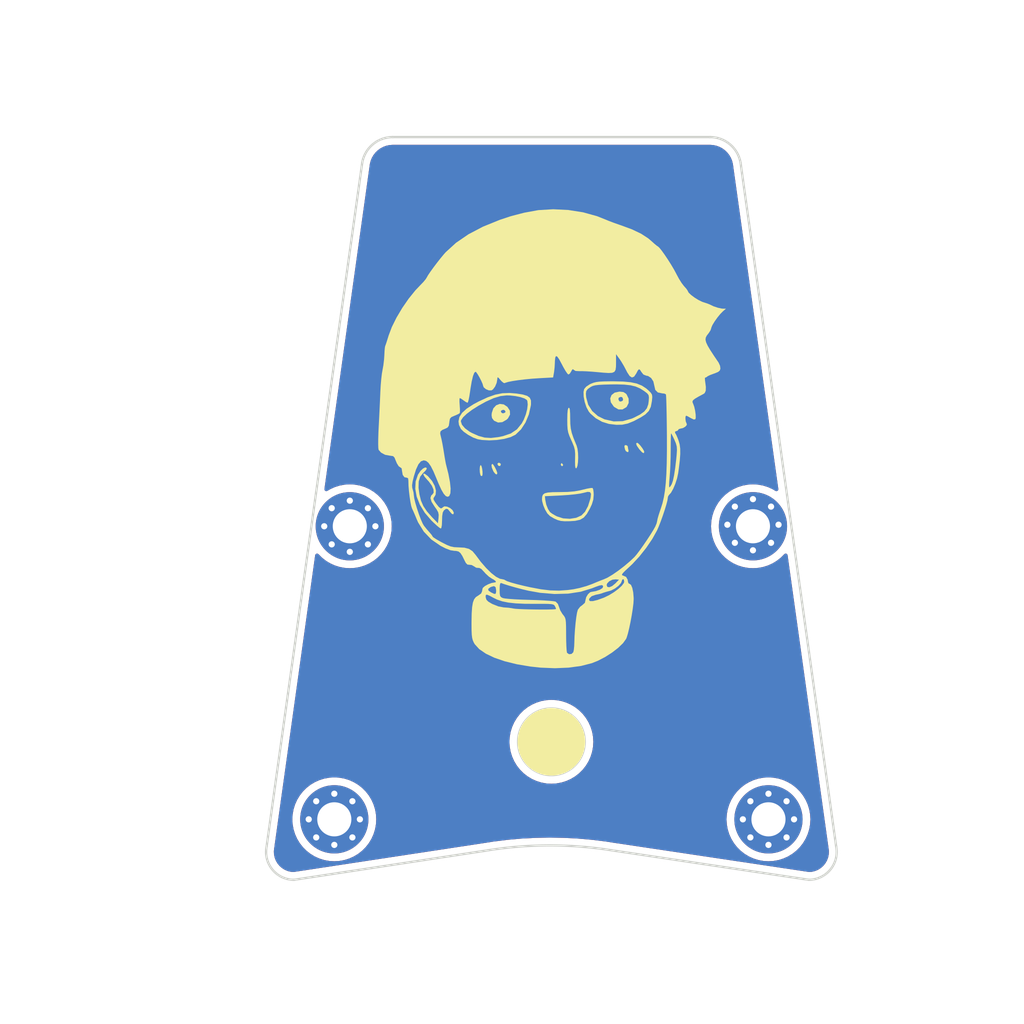
<source format=kicad_pcb>
(kicad_pcb (version 20221018) (generator pcbnew)
  (layers (0 "F.Cu" signal) (31 "B.Cu" signal) (34 "B.Paste" user) (35 "F.Paste" user) (36 "B.SilkS" user "B.Silkscreen") (37 "F.SilkS" user "F.Silkscreen") (38 "B.Mask" user) (39 "F.Mask" user) (44 "Edge.Cuts" user))
  (net 0 "")
  (net 1 "Net-(H1-Pad1)")
  (net 2 "Net-(H2-Pad1)")
  (net 3 "Net-(H4-Pad1)")
  (net 4 "Net-(H6-Pad1)")
  (footprint "Horizon:Mount_M2" (layer "F.Cu") (at 96 93)
    (fp_text reference "H1" hide)
    (fp_text value "Hole_Pad" hide)
    (pad "1" thru_hole circle (at -1.65 0) (size 0.7 0.7) (drill 0.4) (layers "*.Cu" "*.Mask") (net 1 "Net-(H1-Pad1)"))
    (pad "1" thru_hole circle (at -1.166726 -1.166726) (size 0.7 0.7) (drill 0.4) (layers "*.Cu" "*.Mask") (net 1 "Net-(H1-Pad1)"))
    (pad "1" thru_hole circle (at -1.166726 1.166726) (size 0.7 0.7) (drill 0.4) (layers "*.Cu" "*.Mask") (net 1 "Net-(H1-Pad1)"))
    (pad "1" thru_hole circle (at 0 -1.65) (size 0.7 0.7) (drill 0.4) (layers "*.Cu" "*.Mask") (net 1 "Net-(H1-Pad1)"))
    (pad "1" thru_hole circle (at 0 0) (size 4.4 4.4) (drill 2.2) (layers "*.Cu" "*.Mask") (net 1 "Net-(H1-Pad1)"))
    (pad "1" thru_hole circle (at 0 1.65) (size 0.7 0.7) (drill 0.4) (layers "*.Cu" "*.Mask") (net 1 "Net-(H1-Pad1)"))
    (pad "1" thru_hole circle (at 1.166726 -1.166726) (size 0.7 0.7) (drill 0.4) (layers "*.Cu" "*.Mask") (net 1 "Net-(H1-Pad1)"))
    (pad "1" thru_hole circle (at 1.166726 1.166726) (size 0.7 0.7) (drill 0.4) (layers "*.Cu" "*.Mask") (net 1 "Net-(H1-Pad1)"))
    (pad "1" thru_hole circle (at 1.65 0) (size 0.7 0.7) (drill 0.4) (layers "*.Cu" "*.Mask") (net 1 "Net-(H1-Pad1)"))
  )
  (footprint "Horizon:Mount_M2" (layer "F.Cu") (at 123 74)
    (fp_text reference "H2" hide)
    (fp_text value "Hole_Pad" hide)
    (pad "1" thru_hole circle (at -1.65 0) (size 0.7 0.7) (drill 0.4) (layers "*.Cu" "*.Mask") (net 2 "Net-(H2-Pad1)"))
    (pad "1" thru_hole circle (at -1.166726 -1.166726) (size 0.7 0.7) (drill 0.4) (layers "*.Cu" "*.Mask") (net 2 "Net-(H2-Pad1)"))
    (pad "1" thru_hole circle (at -1.166726 1.166726) (size 0.7 0.7) (drill 0.4) (layers "*.Cu" "*.Mask") (net 2 "Net-(H2-Pad1)"))
    (pad "1" thru_hole circle (at 0 -1.65) (size 0.7 0.7) (drill 0.4) (layers "*.Cu" "*.Mask") (net 2 "Net-(H2-Pad1)"))
    (pad "1" thru_hole circle (at 0 0.1) (size 4.4 4.4) (drill 2.2) (layers "*.Cu" "*.Mask") (net 2 "Net-(H2-Pad1)"))
    (pad "1" thru_hole circle (at 0 1.65) (size 0.7 0.7) (drill 0.4) (layers "*.Cu" "*.Mask") (net 2 "Net-(H2-Pad1)"))
    (pad "1" thru_hole circle (at 1.166726 -1.166726) (size 0.7 0.7) (drill 0.4) (layers "*.Cu" "*.Mask") (net 2 "Net-(H2-Pad1)"))
    (pad "1" thru_hole circle (at 1.166726 1.166726) (size 0.7 0.7) (drill 0.4) (layers "*.Cu" "*.Mask") (net 2 "Net-(H2-Pad1)"))
    (pad "1" thru_hole circle (at 1.65 0) (size 0.7 0.7) (drill 0.4) (layers "*.Cu" "*.Mask") (net 2 "Net-(H2-Pad1)"))
  )
  (footprint "Horizon:Mount_M2" (layer "F.Cu") (at 97 74.1)
    (fp_text reference "H4" hide)
    (fp_text value "Hole_Pad" hide)
    (pad "1" thru_hole circle (at -1.65 0) (size 0.7 0.7) (drill 0.4) (layers "*.Cu" "*.Mask") (net 3 "Net-(H4-Pad1)"))
    (pad "1" thru_hole circle (at -1.166726 -1.166726) (size 0.7 0.7) (drill 0.4) (layers "*.Cu" "*.Mask") (net 3 "Net-(H4-Pad1)"))
    (pad "1" thru_hole circle (at -1.166726 1.166726) (size 0.7 0.7) (drill 0.4) (layers "*.Cu" "*.Mask") (net 3 "Net-(H4-Pad1)"))
    (pad "1" thru_hole circle (at 0 -1.65) (size 0.7 0.7) (drill 0.4) (layers "*.Cu" "*.Mask") (net 3 "Net-(H4-Pad1)"))
    (pad "1" thru_hole circle (at 0 0) (size 4.4 4.4) (drill 2.2) (layers "*.Cu" "*.Mask") (net 3 "Net-(H4-Pad1)"))
    (pad "1" thru_hole circle (at 0 1.65) (size 0.7 0.7) (drill 0.4) (layers "*.Cu" "*.Mask") (net 3 "Net-(H4-Pad1)"))
    (pad "1" thru_hole circle (at 1.166726 -1.166726) (size 0.7 0.7) (drill 0.4) (layers "*.Cu" "*.Mask") (net 3 "Net-(H4-Pad1)"))
    (pad "1" thru_hole circle (at 1.166726 1.166726) (size 0.7 0.7) (drill 0.4) (layers "*.Cu" "*.Mask") (net 3 "Net-(H4-Pad1)"))
    (pad "1" thru_hole circle (at 1.65 0) (size 0.7 0.7) (drill 0.4) (layers "*.Cu" "*.Mask") (net 3 "Net-(H4-Pad1)"))
  )
  (footprint "Horizon:Mount_M2" (layer "F.Cu") (at 124 93)
    (fp_text reference "H6" hide)
    (fp_text value "Hole_Pad" hide)
    (pad "1" thru_hole circle (at -1.65 0) (size 0.7 0.7) (drill 0.4) (layers "*.Cu" "*.Mask") (net 4 "Net-(H6-Pad1)"))
    (pad "1" thru_hole circle (at -1.166726 -1.166726) (size 0.7 0.7) (drill 0.4) (layers "*.Cu" "*.Mask") (net 4 "Net-(H6-Pad1)"))
    (pad "1" thru_hole circle (at -1.166726 1.166726) (size 0.7 0.7) (drill 0.4) (layers "*.Cu" "*.Mask") (net 4 "Net-(H6-Pad1)"))
    (pad "1" thru_hole circle (at 0 -1.65) (size 0.7 0.7) (drill 0.4) (layers "*.Cu" "*.Mask") (net 4 "Net-(H6-Pad1)"))
    (pad "1" thru_hole circle (at 0 0) (size 4.4 4.4) (drill 2.2) (layers "*.Cu" "*.Mask") (net 4 "Net-(H6-Pad1)"))
    (pad "1" thru_hole circle (at 0 1.65) (size 0.7 0.7) (drill 0.4) (layers "*.Cu" "*.Mask") (net 4 "Net-(H6-Pad1)"))
    (pad "1" thru_hole circle (at 1.166726 -1.166726) (size 0.7 0.7) (drill 0.4) (layers "*.Cu" "*.Mask") (net 4 "Net-(H6-Pad1)"))
    (pad "1" thru_hole circle (at 1.166726 1.166726) (size 0.7 0.7) (drill 0.4) (layers "*.Cu" "*.Mask") (net 4 "Net-(H6-Pad1)"))
    (pad "1" thru_hole circle (at 1.65 0) (size 0.7 0.7) (drill 0.4) (layers "*.Cu" "*.Mask") (net 4 "Net-(H6-Pad1)"))
  )
  (footprint "KeebGraphics:HappyShigeoSilk" (layer "F.Cu") (at 110 68.56)
    (fp_text reference "G***" hide)
    (fp_text value "LOGO" hide)
    (fp_poly (pts (xy -3.273509 1.501289) (xy -3.260298 1.554328) (xy -3.306483 1.658754) (xy -3.411344 1.639931) (xy -3.437214 1.617513) (xy -3.485511 1.506536) (xy -3.406595 1.44314) (xy -3.37403 1.440597)) (fill solid) (layer "F.SilkS"))
    (fp_poly (pts (xy 0.682388 1.478508) (xy 0.755317 1.575441) (xy 0.758209 1.596714) (xy 0.700377 1.666018) (xy 0.682388 1.66806) (xy 0.615847 1.606344) (xy 0.606567 1.549854) (xy 0.643325 1.471375)) (fill solid) (layer "F.SilkS"))
    (fp_poly (pts (xy -4.508237 1.658549) (xy -4.466277 1.819458) (xy -4.440742 2.01793) (xy -4.439021 2.19693) (xy -4.46774 2.298679) (xy -4.539999 2.294587) (xy -4.577096 2.235612) (xy -4.613388 2.070514) (xy -4.623819 1.87183) (xy -4.609945 1.695608) (xy -4.573321 1.597896) (xy -4.559237 1.592239)) (fill solid) (layer "F.SilkS"))
    (fp_poly (pts (xy 4.91522 0.360795) (xy 4.928358 0.410814) (xy 4.954956 0.577546) (xy 4.974381 0.638277) (xy 4.967813 0.740464) (xy 4.907403 0.758209) (xy 4.802097 0.694092) (xy 4.748685 0.587612) (xy 4.708096 0.403097) (xy 4.726271 0.321726) (xy 4.812536 0.303287) (xy 4.814627 0.303284)) (fill solid) (layer "F.SilkS"))
    (fp_poly (pts (xy -3.739341 1.578083) (xy -3.647271 1.726834) (xy -3.557199 1.908303) (xy -3.49745 2.068122) (xy -3.487761 2.125558) (xy -3.523366 2.200612) (xy -3.609594 2.165429) (xy -3.715563 2.037646) (xy -3.751187 1.975109) (xy -3.840553 1.756109) (xy -3.863725 1.591459) (xy -3.816433 1.517481) (xy -3.805088 1.516418)) (fill solid) (layer "F.SilkS"))
    (fp_poly (pts (xy 5.621071 0.208993) (xy 5.749336 0.348251) (xy 5.877916 0.52022) (xy 5.968864 0.675707) (xy 5.989851 0.746411) (xy 5.955463 0.828997) (xy 5.852383 0.776521) (xy 5.680732 0.589051) (xy 5.667612 0.572706) (xy 5.510249 0.346821) (xy 5.462224 0.203818) (xy 5.52614 0.151721) (xy 5.531067 0.151642)) (fill solid) (layer "F.SilkS"))
    (fp_poly (pts (xy -3.071583 -2.318571) (xy -2.839837 -2.164342) (xy -2.67864 -1.918047) (xy -2.665392 -1.663096) (xy -2.798998 -1.418777) (xy -2.887011 -1.333606) (xy -3.163141 -1.175073) (xy -3.437657 -1.149705) (xy -3.680838 -1.258773) (xy -3.724026 -1.297758) (xy -3.828943 -1.44138) (xy -3.856328 -1.618918) (xy -3.842534 -1.770863) (xy -3.813596 -1.857612) (xy -3.260298 -1.857612) (xy -3.197087 -1.76499) (xy -3.108657 -1.74388) (xy -2.98516 -1.791289) (xy -2.957015 -1.857612) (xy -3.020226 -1.950234) (xy -3.108657 -1.971343) (xy -3.232153 -1.923935) (xy -3.260298 -1.857612) (xy -3.813596 -1.857612) (xy -3.744383 -2.065092) (xy -3.56193 -2.262789) (xy -3.327041 -2.35145)) (fill solid) (layer "F.SilkS"))
    (fp_poly (pts (xy 4.64875 -3.11448) (xy 4.80991 -3.010211) (xy 4.856482 -2.955292) (xy 4.982921 -2.688328) (xy 4.984349 -2.41143) (xy 4.862334 -2.17085) (xy 4.828696 -2.136202) (xy 4.583955 -1.992797) (xy 4.323263 -1.996398) (xy 4.063038 -2.14586) (xy 4.012675 -2.192973) (xy 3.833869 -2.451349) (xy 3.80124 -2.653731) (xy 4.321791 -2.653731) (xy 4.375405 -2.527011) (xy 4.473433 -2.502089) (xy 4.600153 -2.555703) (xy 4.625075 -2.653731) (xy 4.571461 -2.780451) (xy 4.473433 -2.805373) (xy 4.346713 -2.75176) (xy 4.321791 -2.653731) (xy 3.80124 -2.653731) (xy 3.793147 -2.703927) (xy 3.878648 -2.922293) (xy 4.07851 -3.078032) (xy 4.380871 -3.142729) (xy 4.409299 -3.143121)) (fill solid) (layer "F.SilkS"))
    (fp_poly (pts (xy 1.165072 -2.079879) (xy 1.194641 -1.958076) (xy 1.20972 -1.719258) (xy 1.213135 -1.42689) (xy 1.220739 -1.066352) (xy 1.250842 -0.766175) (xy 1.314381 -0.479844) (xy 1.422292 -0.160846) (xy 1.585511 0.237331) (xy 1.627064 0.333581) (xy 1.684804 0.542084) (xy 1.718344 0.817691) (xy 1.728458 1.120059) (xy 1.715921 1.408846) (xy 1.681507 1.643711) (xy 1.625989 1.784311) (xy 1.598834 1.804867) (xy 1.553139 1.774918) (xy 1.529079 1.635724) (xy 1.524693 1.370422) (xy 1.52873 1.20179) (xy 1.533379 0.869437) (xy 1.513493 0.623842) (xy 1.456099 0.400563) (xy 1.34822 0.135158) (xy 1.286752 0) (xy 1.163691 -0.279099) (xy 1.086531 -0.502935) (xy 1.044641 -0.724958) (xy 1.027387 -0.998617) (xy 1.024144 -1.320142) (xy 1.030892 -1.705584) (xy 1.052987 -1.95452) (xy 1.092175 -2.081474) (xy 1.118358 -2.103624)) (fill solid) (layer "F.SilkS"))
    (fp_poly (pts (xy 2.65836 3.073607) (xy 2.698442 3.168405) (xy 2.724264 3.363935) (xy 2.729552 3.518382) (xy 2.702956 3.823065) (xy 2.610876 4.126191) (xy 2.483135 4.401305) (xy 2.28365 4.751342) (xy 2.085586 4.983044) (xy 1.849441 5.121206) (xy 1.535711 5.190621) (xy 1.188676 5.213769) (xy 0.85106 5.217483) (xy 0.607231 5.196009) (xy 0.400118 5.139544) (xy 0.175696 5.039794) (xy -0.085891 4.887722) (xy -0.262197 4.711273) (xy -0.411916 4.455168) (xy -0.522105 4.188793) (xy -0.592661 3.931296) (xy -0.606567 3.808653) (xy -0.594134 3.625972) (xy -0.584232 3.601493) (xy -0.417015 3.601493) (xy -0.395572 3.828955) (xy -0.332152 4.139581) (xy -0.215839 4.432957) (xy -0.087453 4.625075) (xy 0.042972 4.724057) (xy 0.251787 4.847077) (xy 0.370674 4.907871) (xy 0.761707 5.030631) (xy 1.190586 5.058024) (xy 1.603101 4.992327) (xy 1.93579 4.842175) (xy 2.166038 4.605778) (xy 2.360959 4.242971) (xy 2.508592 3.777175) (xy 2.530651 3.677314) (xy 2.553632 3.4541) (xy 2.495115 3.338934) (xy 2.338046 3.320609) (xy 2.082196 3.382633) (xy 1.857099 3.431827) (xy 1.520589 3.479117) (xy 1.112871 3.519804) (xy 0.674148 3.549191) (xy 0.644478 3.550647) (xy -0.417015 3.601493) (xy -0.584232 3.601493) (xy -0.542043 3.497196) (xy -0.428108 3.413074) (xy -0.230145 3.364355) (xy 0.074034 3.341789) (xy 0.506614 3.336125) (xy 0.526724 3.33612) (xy 1.052424 3.325301) (xy 1.477506 3.289435) (xy 1.85168 3.223403) (xy 2.015277 3.182864) (xy 2.294941 3.115506) (xy 2.51923 3.075498) (xy 2.647395 3.069762)) (fill solid) (layer "F.SilkS"))
    (fp_poly (pts (xy -2.24853 -3.020339) (xy -1.838403 -2.955043) (xy -1.559931 -2.870348) (xy -1.393151 -2.749533) (xy -1.318101 -2.575878) (xy -1.314817 -2.332661) (xy -1.324486 -2.246362) (xy -1.451029 -1.676574) (xy -1.66787 -1.152752) (xy -1.957498 -0.707869) (xy -2.302404 -0.374901) (xy -2.32788 -0.356834) (xy -2.633607 -0.207823) (xy -3.044551 -0.095036) (xy -3.51752 -0.023535) (xy -4.009325 0.001616) (xy -4.476777 -0.024645) (xy -4.751545 -0.072735) (xy -5.043379 -0.179279) (xy -5.36309 -0.351722) (xy -5.650667 -0.553553) (xy -5.832664 -0.73047) (xy -5.960558 -0.999164) (xy -5.989851 -1.223141) (xy -5.989028 -1.227225) (xy -5.838209 -1.227225) (xy -5.768383 -1.009828) (xy -5.57399 -0.779853) (xy -5.277655 -0.561182) (xy -5.129386 -0.479038) (xy -4.696216 -0.286049) (xy -4.302184 -0.179982) (xy -3.898629 -0.155823) (xy -3.436894 -0.208559) (xy -3.12344 -0.272361) (xy -2.618372 -0.443377) (xy -2.221112 -0.711596) (xy -1.91138 -1.093052) (xy -1.782323 -1.332684) (xy -1.648807 -1.672185) (xy -1.561407 -2.01143) (xy -1.526069 -2.311873) (xy -1.548741 -2.53497) (xy -1.585592 -2.607812) (xy -1.733838 -2.702336) (xy -1.991412 -2.788002) (xy -2.316001 -2.855247) (xy -2.665294 -2.89451) (xy -2.880953 -2.900552) (xy -3.27992 -2.855562) (xy -3.719715 -2.723872) (xy -4.222843 -2.497231) (xy -4.700895 -2.233311) (xy -5.119406 -1.96767) (xy -5.456945 -1.713427) (xy -5.696997 -1.485193) (xy -5.823046 -1.297579) (xy -5.838209 -1.227225) (xy -5.989028 -1.227225) (xy -5.933011 -1.505152) (xy -5.75682 -1.779028) (xy -5.452773 -2.053129) (xy -5.012362 -2.33581) (xy -4.674726 -2.515222) (xy -4.109101 -2.776913) (xy -3.618019 -2.948872) (xy -3.160524 -3.039627) (xy -2.695657 -3.057705)) (fill solid) (layer "F.SilkS"))
    (fp_poly (pts (xy 4.627173 -3.794167) (xy 5.118214 -3.747706) (xy 5.512499 -3.662394) (xy 5.83643 -3.531332) (xy 6.116408 -3.347621) (xy 6.261849 -3.221051) (xy 6.412863 -3.070393) (xy 6.488335 -2.947591) (xy 6.506508 -2.795064) (xy 6.485622 -2.555227) (xy 6.482221 -2.52539) (xy 6.412892 -2.163555) (xy 6.281602 -1.892683) (xy 6.058707 -1.669967) (xy 5.754861 -1.475082) (xy 5.302184 -1.236928) (xy 4.921882 -1.084846) (xy 4.568284 -1.009721) (xy 4.19572 -1.002438) (xy 3.758519 -1.053881) (xy 3.696002 -1.064163) (xy 3.272406 -1.195731) (xy 2.860071 -1.428591) (xy 2.516682 -1.726976) (xy 2.406622 -1.863622) (xy 2.259498 -2.139635) (xy 2.148054 -2.475069) (xy 2.082419 -2.819872) (xy 2.076586 -3.002785) (xy 2.225707 -3.002785) (xy 2.246263 -2.767463) (xy 2.375136 -2.299005) (xy 2.63263 -1.89174) (xy 3.001145 -1.566678) (xy 3.42829 -1.356482) (xy 4.019123 -1.222977) (xy 4.599208 -1.238009) (xy 5.182159 -1.402373) (xy 5.331387 -1.467566) (xy 5.723039 -1.6695) (xy 5.990738 -1.861818) (xy 6.157851 -2.070846) (xy 6.247747 -2.32291) (xy 6.276713 -2.532552) (xy 6.29126 -2.772032) (xy 6.266523 -2.919393) (xy 6.175864 -3.03363) (xy 5.992645 -3.173737) (xy 5.984553 -3.179599) (xy 5.716608 -3.349306) (xy 5.432797 -3.471487) (xy 5.103966 -3.551909) (xy 4.700959 -3.596338) (xy 4.19462 -3.610543) (xy 3.824467 -3.606867) (xy 3.379485 -3.595095) (xy 3.058014 -3.577578) (xy 2.831941 -3.550763) (xy 2.673153 -3.511093) (xy 2.553535 -3.455015) (xy 2.535512 -3.443874) (xy 2.344595 -3.308213) (xy 2.249043 -3.179228) (xy 2.225707 -3.002785) (xy 2.076586 -3.002785) (xy 2.07272 -3.123992) (xy 2.114146 -3.309088) (xy 2.24412 -3.462909) (xy 2.470241 -3.612966) (xy 2.55382 -3.653328) (xy 2.7163 -3.716694) (xy 2.889075 -3.760519) (xy 3.103794 -3.78817) (xy 3.392101 -3.803017) (xy 3.785645 -3.808429) (xy 4.012976 -3.808675)) (fill solid) (layer "F.SilkS"))
    (fp_poly (pts (xy -8.051503 1.76884) (xy -8.037015 1.824597) (xy -8.090353 1.921643) (xy -8.222406 2.060116) (xy -8.260724 2.093551) (xy -8.455064 2.330919) (xy -8.556163 2.646939) (xy -8.567012 3.058269) (xy -8.510062 3.481614) (xy -8.410116 3.884153) (xy -8.258417 4.234168) (xy -8.030758 4.574424) (xy -7.702934 4.947688) (xy -7.648053 5.004617) (xy -7.316716 5.345373) (xy -7.278806 5.004179) (xy -7.267737 4.797756) (xy -7.302509 4.63336) (xy -7.402859 4.453223) (xy -7.524897 4.283881) (xy -7.728162 3.963546) (xy -7.802307 3.718233) (xy -7.747048 3.549333) (xy -7.685478 3.501682) (xy -7.592507 3.372955) (xy -7.603983 3.170702) (xy -7.710893 2.922) (xy -7.904223 2.653929) (xy -8.002885 2.548191) (xy -8.175794 2.349082) (xy -8.254716 2.206627) (xy -8.244081 2.139008) (xy -8.148314 2.164402) (xy -7.971845 2.300989) (xy -7.948089 2.32321) (xy -7.69428 2.620387) (xy -7.522958 2.936703) (xy -7.443662 3.241005) (xy -7.465933 3.502139) (xy -7.544826 3.640118) (xy -7.603272 3.72785) (xy -7.594393 3.824775) (xy -7.506948 3.974399) (xy -7.430619 4.082059) (xy -7.25747 4.297671) (xy -7.134555 4.387692) (xy -7.044351 4.362193) (xy -7.013433 4.321791) (xy -6.895222 4.253266) (xy -6.719855 4.274685) (xy -6.531851 4.363487) (xy -6.375728 4.497111) (xy -6.296003 4.652996) (xy -6.293134 4.686827) (xy -6.329625 4.771815) (xy -6.421947 4.73888) (xy -6.544378 4.597944) (xy -6.551535 4.587164) (xy -6.680196 4.432952) (xy -6.797325 4.414879) (xy -6.932196 4.516759) (xy -7.004928 4.65047) (xy -7.042811 4.885791) (xy -7.051343 5.161237) (xy -7.062941 5.464124) (xy -7.096145 5.642905) (xy -7.135008 5.686567) (xy -7.221397 5.635922) (xy -7.385759 5.499687) (xy -7.600787 5.301417) (xy -7.743768 5.161471) (xy -8.165109 4.670184) (xy -8.480831 4.154294) (xy -8.686881 3.632361) (xy -8.779206 3.122945) (xy -8.753754 2.644606) (xy -8.606472 2.215901) (xy -8.440774 1.969417) (xy -8.280647 1.81731) (xy -8.139952 1.746527)) (fill solid) (layer "F.SilkS"))
    (fp_poly (pts (xy 1.088733 -14.857447) (xy 2.043072 -14.70807) (xy 2.939611 -14.460235) (xy 3.462266 -14.252922) (xy 3.709753 -14.150304) (xy 4.040447 -14.025546) (xy 4.392785 -13.901652) (xy 4.481675 -13.87198) (xy 5.201935 -13.606494) (xy 5.784896 -13.32802) (xy 6.244797 -13.029235) (xy 6.437809 -12.865496) (xy 6.634703 -12.688047) (xy 6.794335 -12.556246) (xy 6.874127 -12.502991) (xy 6.967179 -12.420111) (xy 7.116944 -12.234045) (xy 7.304523 -11.973054) (xy 7.511016 -11.665399) (xy 7.717524 -11.33934) (xy 7.90515 -11.023138) (xy 8.054993 -10.745054) (xy 8.069852 -10.714945) (xy 8.229753 -10.417437) (xy 8.402778 -10.143054) (xy 8.553718 -9.947224) (xy 8.565191 -9.935166) (xy 8.706436 -9.776401) (xy 8.787584 -9.657539) (xy 8.795224 -9.632548) (xy 8.856896 -9.522123) (xy 9.017146 -9.370812) (xy 9.238822 -9.205357) (xy 9.484774 -9.052495) (xy 9.717851 -8.938967) (xy 9.797747 -8.910975) (xy 10.029135 -8.836122) (xy 10.205738 -8.768077) (xy 10.255985 -8.7427) (xy 10.466061 -8.642452) (xy 10.738667 -8.55274) (xy 10.991963 -8.498703) (xy 11.069851 -8.492705) (xy 11.259403 -8.491187) (xy 11.062072 -8.320967) (xy 10.890006 -8.145905) (xy 10.702074 -7.914371) (xy 10.525585 -7.665639) (xy 10.387851 -7.438988) (xy 10.316179 -7.273695) (xy 10.311642 -7.241682) (xy 10.265164 -7.101054) (xy 10.150515 -6.92113) (xy 10.12209 -6.885874) (xy 10.018325 -6.751348) (xy 9.955438 -6.624935) (xy 9.940182 -6.487591) (xy 9.979312 -6.320268) (xy 10.079581 -6.103922) (xy 10.247744 -5.819506) (xy 10.490554 -5.447974) (xy 10.786966 -5.010961) (xy 10.878173 -4.808061) (xy 10.900697 -4.625075) (xy 10.863188 -4.505699) (xy 10.75794 -4.415177) (xy 10.549851 -4.327248) (xy 10.463284 -4.297832) (xy 10.233547 -4.211906) (xy 10.071584 -4.132382) (xy 10.020838 -4.088852) (xy 9.948971 -4.04949) (xy 9.930553 -4.057644) (xy 9.900908 -4.01899) (xy 9.906007 -3.873609) (xy 9.91533 -3.811699) (xy 9.9632 -3.447399) (xy 9.955241 -3.201895) (xy 9.888697 -3.051932) (xy 9.818806 -2.997773) (xy 9.483578 -2.819044) (xy 9.264729 -2.690242) (xy 9.142982 -2.593532) (xy 9.099056 -2.511078) (xy 9.113672 -2.425046) (xy 9.139756 -2.369593) (xy 9.211532 -2.175282) (xy 9.269154 -1.922169) (xy 9.304567 -1.664538) (xy 9.309718 -1.456677) (xy 9.288691 -1.365797) (xy 9.189786 -1.342727) (xy 8.99347 -1.435234) (xy 8.988779 -1.438123) (xy 8.816996 -1.537299) (xy 8.704076 -1.589757) (xy 8.691498 -1.592239) (xy 8.65111 -1.52946) (xy 8.64476 -1.383441) (xy 8.668155 -1.217659) (xy 8.716998 -1.09559) (xy 8.725793 -1.085431) (xy 8.734254 -0.993096) (xy 8.6417 -0.884944) (xy 8.490251 -0.795231) (xy 8.323428 -0.758209) (xy 8.209693 -0.722939) (xy 8.188657 -0.682388) (xy 8.127245 -0.615121) (xy 8.074926 -0.606567) (xy 7.970484 -0.560339) (xy 7.989297 -0.455498) (xy 8.011507 -0.429886) (xy 8.063337 -0.335367) (xy 8.143506 -0.145276) (xy 8.205303 0.018721) (xy 8.273137 0.26028) (xy 8.308669 0.536235) (xy 8.311544 0.87192) (xy 8.281407 1.292673) (xy 8.217903 1.823828) (xy 8.175821 2.122985) (xy 8.104155 2.456771) (xy 7.991865 2.804106) (xy 7.856067 3.124785) (xy 7.713875 3.378605) (xy 7.582406 3.525364) (xy 7.577442 3.528544) (xy 7.518107 3.632628) (xy 7.506269 3.722523) (xy 7.479871 3.889165) (xy 7.408576 4.160843) (xy 7.304235 4.501971) (xy 7.178694 4.876959) (xy 7.043804 5.250221) (xy 6.911413 5.586169) (xy 6.808436 5.818427) (xy 6.507697 6.357839) (xy 6.117683 6.930996) (xy 5.675912 7.48846) (xy 5.2199 7.980796) (xy 5.036564 8.153215) (xy 4.772436 8.395502) (xy 4.614297 8.557565) (xy 4.550138 8.654428) (xy 4.567949 8.70111) (xy 4.592556 8.708607) (xy 4.818957 8.805995) (xy 4.92172 8.990796) (xy 4.928358 9.069881) (xy 4.968345 9.213757) (xy 5.038526 9.250149) (xy 5.135669 9.321022) (xy 5.217803 9.514186) (xy 5.277072 9.800459) (xy 5.30562 10.150659) (xy 5.30704 10.247632) (xy 5.290993 10.513053) (xy 5.247131 10.869178) (xy 5.182486 11.279048) (xy 5.104091 11.705703) (xy 5.018977 12.112185) (xy 4.934177 12.461536) (xy 4.856724 12.716795) (xy 4.821192 12.801037) (xy 4.620381 13.079576) (xy 4.306763 13.382366) (xy 3.911824 13.687029) (xy 3.467051 13.971189) (xy 3.003931 14.212469) (xy 2.615821 14.368329) (xy 1.915845 14.548592) (xy 1.110613 14.657987) (xy 0.229778 14.694882) (xy -0.697002 14.657646) (xy -1.355796 14.586791) (xy -2.228044 14.439361) (xy -3.004257 14.248912) (xy -3.674211 14.019776) (xy -4.227683 13.756288) (xy -4.654451 13.462779) (xy -4.944291 13.143584) (xy -5.004668 13.040236) (xy -5.066957 12.898725) (xy -5.109315 12.74104) (xy -5.135129 12.535925) (xy -5.147786 12.252125) (xy -5.150671 11.858382) (xy -5.150052 11.698394) (xy -5.139885 11.16293) (xy -5.112462 10.75742) (xy -5.062346 10.460638) (xy -4.984102 10.251358) (xy -4.872293 10.108353) (xy -4.771783 10.043069) (xy -4.239826 10.043069) (xy -4.232051 10.141045) (xy -4.188482 10.278691) (xy -4.072339 10.397964) (xy -3.851209 10.52989) (xy -3.796404 10.55806) (xy -3.421864 10.707035) (xy -3.070392 10.774146) (xy -3.038195 10.775538) (xy -2.767198 10.794365) (xy -2.518747 10.830219) (xy -2.464179 10.842388) (xy -2.32173 10.861423) (xy -2.072544 10.877855) (xy -1.745458 10.891343) (xy -1.369307 10.901542) (xy -0.972928 10.90811) (xy -0.585156 10.910703) (xy -0.234827 10.908979) (xy 0.049223 10.902595) (xy 0.238157 10.891207) (xy 0.303284 10.875314) (xy 0.271423 10.781498) (xy 0.223781 10.683867) (xy 0.183303 10.626921) (xy 0.116919 10.586991) (xy 0.000658 10.561352) (xy -0.189453 10.547278) (xy -0.477387 10.542041) (xy -0.887116 10.542916) (xy -1.008308 10.543747) (xy -1.720125 10.539411) (xy -2.303345 10.512904) (xy -2.779806 10.461174) (xy -3.171344 10.38117) (xy -3.499794 10.26984) (xy -3.715224 10.165408) (xy -3.982069 10.022499) (xy -4.14233 9.955232) (xy -4.220189 9.962469) (xy -4.239826 10.043069) (xy -4.771783 10.043069) (xy -4.721481 10.010396) (xy -4.717201 10.008358) (xy -4.533066 9.876602) (xy -4.473913 9.742985) (xy -4.446608 9.582804) (xy -4.074991 9.582804) (xy -4.057802 9.685997) (xy -3.893721 9.802436) (xy -3.885821 9.806626) (xy -3.693733 9.898386) (xy -3.598569 9.898649) (xy -3.566546 9.792791) (xy -3.563582 9.667164) (xy -3.570502 9.624812) (xy -3.336119 9.624812) (xy -3.331001 9.883323) (xy -3.304893 10.032509) (xy -3.24167 10.114609) (xy -3.127612 10.170903) (xy -2.989059 10.198149) (xy -2.725921 10.225149) (xy -2.365243 10.250073) (xy -1.934074 10.27109) (xy -1.459461 10.286367) (xy -1.402686 10.287688) (xy -0.927177 10.302013) (xy -0.49622 10.322003) (xy -0.135769 10.345896) (xy 0.128219 10.371934) (xy 0.26979 10.398356) (xy 0.27762 10.401615) (xy 0.419286 10.545043) (xy 0.489145 10.735647) (xy 0.57114 10.962612) (xy 0.712069 11.196014) (xy 0.742271 11.234011) (xy 0.823508 11.335959) (xy 0.879963 11.434672) (xy 0.916212 11.559027) (xy 0.936833 11.737904) (xy 0.946403 12.00018) (xy 0.949497 12.374734) (xy 0.94991 12.544153) (xy 0.954726 12.936491) (xy 0.966459 13.277832) (xy 0.983503 13.537799) (xy 1.004252 13.686016) (xy 1.011251 13.704627) (xy 1.138677 13.790827) (xy 1.297074 13.774453) (xy 1.410684 13.666717) (xy 1.445408 13.521231) (xy 1.470509 13.283302) (xy 1.478896 13.079105) (xy 1.492621 12.653074) (xy 1.520584 12.21007) (xy 1.559264 11.783053) (xy 1.605141 11.404978) (xy 1.654697 11.108805) (xy 1.70441 10.927491) (xy 1.709961 10.915528) (xy 1.85222 10.732793) (xy 2.002785 10.618387) (xy 2.161146 10.474283) (xy 2.198806 10.29883) (xy 2.200273 10.292936) (xy 2.426269 10.292936) (xy 2.490318 10.366894) (xy 2.675859 10.366709) (xy 2.972987 10.293929) (xy 3.371794 10.150101) (xy 3.391817 10.142045) (xy 3.715828 9.986635) (xy 4.035199 9.791425) (xy 4.320826 9.579269) (xy 4.543603 9.37302) (xy 4.674424 9.195533) (xy 4.696664 9.117463) (xy 4.671476 8.984438) (xy 4.625075 8.946866) (xy 4.556843 9.007851) (xy 4.549254 9.054765) (xy 4.485976 9.207746) (xy 4.323168 9.384982) (xy 4.101369 9.552623) (xy 3.86112 9.676822) (xy 3.768107 9.706968) (xy 3.542813 9.768292) (xy 3.368816 9.822014) (xy 3.33612 9.834002) (xy 3.209812 9.879931) (xy 3.066084 9.917006) (xy 2.855666 9.959401) (xy 2.598345 10.050266) (xy 2.451192 10.193044) (xy 2.426269 10.292936) (xy 2.200273 10.292936) (xy 2.245082 10.112908) (xy 2.356851 9.92656) (xy 2.493531 9.798788) (xy 2.558955 9.775261) (xy 2.86611 9.72177) (xy 3.121048 9.63508) (xy 3.288602 9.530291) (xy 3.33612 9.441578) (xy 3.316555 9.362331) (xy 3.242648 9.335605) (xy 3.09158 9.364557) (xy 2.840533 9.452348) (xy 2.615821 9.541289) (xy 1.893598 9.762758) (xy 1.07967 9.885635) (xy 0.198336 9.908992) (xy -0.726104 9.8319) (xy -1.478507 9.69769) (xy -1.875487 9.603532) (xy -2.299148 9.492455) (xy -2.703719 9.377381) (xy -3.043426 9.271234) (xy -3.241343 9.199974) (xy -3.296718 9.2217) (xy -3.326887 9.355692) (xy -3.336118 9.621075) (xy -3.336119 9.624812) (xy -3.570502 9.624812) (xy -3.595917 9.469271) (xy -3.700784 9.39917) (xy -3.889973 9.451125) (xy -3.947671 9.48028) (xy -4.074991 9.582804) (xy -4.446608 9.582804) (xy -4.445177 9.574412) (xy -4.415406 9.507147) (xy -4.28749 9.396304) (xy -4.079323 9.28277) (xy -3.858234 9.198722) (xy -3.718989 9.174328) (xy -3.58553 9.148738) (xy -3.588578 9.079656) (xy -3.723335 8.978618) (xy -3.821564 8.92775) (xy -4.02519 8.792656) (xy -4.242601 8.592899) (xy -4.327782 8.49583) (xy -4.519671 8.292922) (xy -4.665368 8.223059) (xy -4.706288 8.228279) (xy -4.85554 8.211269) (xy -4.970655 8.135528) (xy -5.144328 8.039138) (xy -5.283135 8.024808) (xy -5.415022 8.01053) (xy -5.518829 7.904421) (xy -5.595096 7.758271) (xy -5.743164 7.455383) (xy -5.865606 7.267617) (xy -5.990332 7.168217) (xy -6.145257 7.130427) (xy -6.254507 7.126208) (xy -6.508913 7.087016) (xy -6.829584 6.964482) (xy -7.144419 6.803969) (xy -7.740717 6.394993) (xy -8.228795 5.885358) (xy -8.598043 5.286879) (xy -8.685691 5.087728) (xy -8.802297 4.805728) (xy -8.911444 4.55521) (xy -8.98656 4.396364) (xy -9.037766 4.235874) (xy -9.091684 3.966689) (xy -9.142692 3.631525) (xy -9.185166 3.273099) (xy -9.213483 2.934129) (xy -9.214924 2.887397) (xy -8.984195 2.887397) (xy -8.974507 3.055503) (xy -8.950945 3.135838) (xy -8.890103 3.367079) (xy -8.871045 3.547391) (xy -8.843467 3.749262) (xy -8.770085 4.048176) (xy -8.664926 4.401836) (xy -8.542015 4.767947) (xy -8.415379 5.10421) (xy -8.299045 5.368331) (xy -8.224508 5.497015) (xy -8.048182 5.718135) (xy -7.859193 5.934059) (xy -7.856548 5.936892) (xy -7.728264 6.087715) (xy -7.66089 6.193543) (xy -7.65791 6.206617) (xy -7.595473 6.265333) (xy -7.428428 6.373985) (xy -7.187175 6.513454) (xy -7.061301 6.581815) (xy -6.74226 6.743442) (xy -6.499357 6.839788) (xy -6.280553 6.886605) (xy -6.03381 6.899646) (xy -6.011122 6.899702) (xy -5.610041 6.921342) (xy -5.315984 6.997701) (xy -5.089062 7.145933) (xy -4.890448 7.381662) (xy -4.552255 7.833801) (xy -4.208327 8.230738) (xy -3.876525 8.555924) (xy -3.574709 8.792809) (xy -3.320742 8.924845) (xy -3.201148 8.946866) (xy -3.044403 8.980495) (xy -2.991134 9.01294) (xy -2.858151 9.081342) (xy -2.594711 9.170254) (xy -2.219772 9.274303) (xy -1.752293 9.388113) (xy -1.364776 9.473995) (xy -0.670998 9.604964) (xy -0.068031 9.676925) (xy 0.492075 9.69203) (xy 1.057272 9.65243) (xy 1.440597 9.599879) (xy 1.836909 9.516712) (xy 2.266864 9.394869) (xy 2.433519 9.33469) (xy 3.563582 9.33469) (xy 3.612942 9.453444) (xy 3.741919 9.471362) (xy 3.921863 9.393781) (xy 4.119116 9.231194) (xy 4.359702 8.984776) (xy 4.155569 8.961207) (xy 3.936648 8.985988) (xy 3.732225 9.086938) (xy 3.593791 9.231571) (xy 3.563582 9.33469) (xy 2.433519 9.33469) (xy 2.640116 9.260088) (xy 2.653732 9.254302) (xy 2.938948 9.134205) (xy 3.183987 9.034811) (xy 3.344519 8.974006) (xy 3.364796 8.96737) (xy 3.615481 8.856238) (xy 3.942756 8.660596) (xy 4.315679 8.402856) (xy 4.703309 8.105432) (xy 5.074703 7.790736) (xy 5.355464 7.525446) (xy 5.499097 7.35753) (xy 5.698208 7.094098) (xy 5.929512 6.769218) (xy 6.169726 6.416955) (xy 6.395564 6.071379) (xy 6.583742 5.766555) (xy 6.700424 5.557646) (xy 6.785067 5.355153) (xy 6.824962 5.188815) (xy 6.825377 5.178541) (xy 6.850656 5.048499) (xy 6.916914 4.817546) (xy 7.011951 4.526784) (xy 7.057193 4.397612) (xy 7.164785 4.055067) (xy 7.253197 3.675106) (xy 7.323658 3.242103) (xy 7.361159 2.892026) (xy 7.592061 2.892026) (xy 7.598496 3.018198) (xy 7.606867 3.032836) (xy 7.670812 2.972922) (xy 7.759619 2.828388) (xy 7.761725 2.824328) (xy 7.837141 2.607223) (xy 7.912437 2.25601) (xy 7.984683 1.788196) (xy 8.050945 1.221291) (xy 8.078557 0.932634) (xy 8.09859 0.62175) (xy 8.085011 0.394772) (xy 8.028027 0.185847) (xy 7.934789 -0.034082) (xy 7.830247 -0.254865) (xy 7.751466 -0.407252) (xy 7.718971 -0.454925) (xy 7.710629 -0.383587) (xy 7.703426 -0.187497) (xy 7.697973 0.106452) (xy 7.69488 0.471371) (xy 7.694447 0.625522) (xy 7.68885 1.088277) (xy 7.674576 1.56575) (xy 7.653737 2.003864) (xy 7.628442 2.348543) (xy 7.626396 2.369403) (xy 7.601694 2.664437) (xy 7.592061 2.892026) (xy 7.361159 2.892026) (xy 7.377398 2.74043) (xy 7.415648 2.15446) (xy 7.439639 1.468565) (xy 7.4506 0.667119) (xy 7.449763 -0.265507) (xy 7.447513 -0.56) (xy 7.441082 -1.142279) (xy 7.432797 -1.675966) (xy 7.423141 -2.142108) (xy 7.412597 -2.521754) (xy 7.401648 -2.79595) (xy 7.390777 -2.945745) (xy 7.386172 -2.967314) (xy 7.288113 -3.015669) (xy 7.137181 -3.032836) (xy 6.866717 -3.088371) (xy 6.700152 -3.25431) (xy 6.638745 -3.521865) (xy 6.576727 -3.798817) (xy 6.431504 -4.021937) (xy 6.234021 -4.152124) (xy 6.125667 -4.170149) (xy 5.936329 -4.244742) (xy 5.809259 -4.402861) (xy 5.714755 -4.549536) (xy 5.645986 -4.584927) (xy 5.571675 -4.50033) (xy 5.471422 -4.308835) (xy 5.33502 -4.108732) (xy 5.195251 -4.054908) (xy 5.047568 -4.148657) (xy 4.887427 -4.391271) (xy 4.838324 -4.488997) (xy 4.681945 -4.786979) (xy 4.504107 -5.085556) (xy 4.400544 -5.239626) (xy 4.170149 -5.557677) (xy 4.170149 -5.024839) (xy 4.165992 -4.742428) (xy 4.138601 -4.545421) (xy 4.065604 -4.421496) (xy 3.924625 -4.358332) (xy 3.693289 -4.343608) (xy 3.349221 -4.365003) (xy 3.026623 -4.395132) (xy 2.637135 -4.428532) (xy 2.273705 -4.452272) (xy 1.979186 -4.463993) (xy 1.807232 -4.462231) (xy 1.559226 -4.475427) (xy 1.44147 -4.547842) (xy 1.381249 -4.595453) (xy 1.314649 -4.517489) (xy 1.281994 -4.450523) (xy 1.187866 -4.304181) (xy 1.098213 -4.24597) (xy 1.027124 -4.309521) (xy 0.910365 -4.480279) (xy 0.767171 -4.728402) (xy 0.680815 -4.893565) (xy 0.50921 -5.214126) (xy 0.384744 -5.394549) (xy 0.300717 -5.436459) (xy 0.250425 -5.341479) (xy 0.227167 -5.111233) (xy 0.224254 -5.004179) (xy 0.207559 -4.707213) (xy 0.173419 -4.409989) (xy 0.165182 -4.359701) (xy 0.11164 -4.056418) (xy -0.797165 -4.00757) (xy -1.258119 -3.975783) (xy -1.716424 -3.931752) (xy -2.14461 -3.879408) (xy -2.515209 -3.82268) (xy -2.800754 -3.7655) (xy -2.973776 -3.711799) (xy -3.006017 -3.691495) (xy -3.086036 -3.706116) (xy -3.215906 -3.814708) (xy -3.27545 -3.881266) (xy -3.404531 -4.030278) (xy -3.465541 -4.069762) (xy -3.484281 -4.009281) (xy -3.485721 -3.959206) (xy -3.528176 -3.709369) (xy -3.631486 -3.466385) (xy -3.767885 -3.28431) (xy -3.863656 -3.223407) (xy -4.035485 -3.225172) (xy -4.221962 -3.300475) (xy -4.362237 -3.417002) (xy -4.400468 -3.508464) (xy -4.436116 -3.638562) (xy -4.522328 -3.8364) (xy -4.635511 -4.057759) (xy -4.752072 -4.258418) (xy -4.848419 -4.394159) (xy -4.890448 -4.426826) (xy -4.971663 -4.359408) (xy -5.054806 -4.148645) (xy -5.137595 -3.802775) (xy -5.217745 -3.330034) (xy -5.241562 -3.160027) (xy -5.289743 -2.848278) (xy -5.339824 -2.602326) (xy -5.384538 -2.454486) (xy -5.406567 -2.426269) (xy -5.507398 -2.469191) (xy -5.65956 -2.572969) (xy -5.665878 -2.57791) (xy -5.813125 -2.682855) (xy -5.90582 -2.729416) (xy -5.908092 -2.729552) (xy -5.927484 -2.661084) (xy -5.928352 -2.482944) (xy -5.913804 -2.272269) (xy -5.896871 -2.020293) (xy -5.897363 -1.83112) (xy -5.911012 -1.756559) (xy -6.002285 -1.695861) (xy -6.181612 -1.614166) (xy -6.255224 -1.585598) (xy -6.449231 -1.499864) (xy -6.541602 -1.396637) (xy -6.576812 -1.217846) (xy -6.581529 -1.159547) (xy -6.614758 -0.945114) (xy -6.694062 -0.827816) (xy -6.808992 -0.768794) (xy -7.04204 -0.669127) (xy -7.154673 -0.571247) (xy -7.172178 -0.434923) (xy -7.130656 -0.257049) (xy -7.079974 -0.045068) (xy -7.019138 0.261522) (xy -6.958931 0.60714) (xy -6.941036 0.720299) (xy -6.889549 1.042511) (xy -6.841486 1.320815) (xy -6.804573 1.511304) (xy -6.794317 1.554328) (xy -6.639206 2.17212) (xy -6.540354 2.693737) (xy -6.498209 3.110136) (xy -6.513216 3.412271) (xy -6.585821 3.591098) (xy -6.691422 3.639403) (xy -6.812507 3.591988) (xy -6.945885 3.441715) (xy -7.098936 3.176541) (xy -7.279044 2.784422) (xy -7.408836 2.469019) (xy -7.605249 2.003758) (xy -7.774172 1.669124) (xy -7.9268 1.44912) (xy -8.074328 1.327748) (xy -8.227951 1.289012) (xy -8.234621 1.288955) (xy -8.413291 1.352574) (xy -8.577386 1.547968) (xy -8.731094 1.88194) (xy -8.866496 2.315827) (xy -8.949507 2.653618) (xy -8.984195 2.887397) (xy -9.214924 2.887397) (xy -9.222018 2.657331) (xy -9.22096 2.615821) (xy -9.240897 2.44662) (xy -9.314996 2.409974) (xy -9.476951 2.377995) (xy -9.589426 2.227016) (xy -9.629254 1.99997) (xy -9.657383 1.80457) (xy -9.739428 1.743881) (xy -9.8446 1.673836) (xy -9.96562 1.48048) (xy -10.087518 1.188977) (xy -10.111592 1.118358) (xy -10.205905 1.018215) (xy -10.414998 0.985714) (xy -10.425661 0.985672) (xy -10.72351 0.931576) (xy -10.985736 0.789946) (xy -11.142539 0.612421) (xy -11.161722 0.494571) (xy -11.169867 0.249262) (xy -11.167039 -0.099732) (xy -11.1533 -0.528636) (xy -11.138688 -0.836394) (xy -11.1115 -1.36434) (xy -11.083866 -1.92928) (xy -11.058365 -2.476585) (xy -11.03758 -2.951628) (xy -11.030469 -3.126835) (xy -11.007336 -3.543325) (xy -10.97287 -3.950172) (xy -10.931852 -4.298981) (xy -10.891865 -4.529522) (xy -10.834585 -4.849479) (xy -10.79054 -5.225866) (xy -10.773003 -5.494733) (xy -10.759178 -5.766317) (xy -10.740114 -5.976093) (xy -10.719864 -6.079831) (xy -10.719274 -6.080853) (xy -10.682505 -6.175704) (xy -10.61545 -6.378432) (xy -10.530403 -6.651373) (xy -10.49824 -6.757927) (xy -10.290585 -7.308798) (xy -9.989383 -7.915263) (xy -9.619357 -8.53801) (xy -9.205228 -9.137725) (xy -8.77172 -9.675095) (xy -8.454169 -10.008358) (xy -8.25823 -10.211113) (xy -8.10553 -10.395699) (xy -8.037406 -10.505704) (xy -7.958755 -10.645674) (xy -7.806864 -10.870999) (xy -7.605276 -11.150294) (xy -7.377535 -11.452171) (xy -7.147181 -11.745247) (xy -6.937759 -11.998134) (xy -6.813542 -12.137294) (xy -6.150207 -12.741903) (xy -5.349534 -13.290181) (xy -4.410288 -13.782812) (xy -3.331235 -14.220482) (xy -2.653731 -14.445443) (xy -2.536338 -14.477891) (xy -2.30781 -14.53819) (xy -2.004012 -14.61695) (xy -1.74388 -14.683626) (xy -0.842465 -14.848345) (xy 0.114313 -14.905245)) (fill solid) (layer "F.SilkS"))
  )
  (footprint "" (layer "F.Cu") (at 110 88.42)
    (fp_text reference "" (at 0 0) (layer "F.SilkS") (effects (font (size 1.27 1.27))))
    (fp_text value "" (at 0 0) (layer "F.SilkS") (effects (font (size 1.27 1.27))))
    (pad "" smd circle (at 0 -0.42 180) (size 4.4 4.4) (layers "F.SilkS"))
  )
  (gr_arc (start 105.891515 95.00136) (mid 109.895703 94.682024) (end 113.899999 95.000001) (stroke (width 0.15)) (layer "Edge.Cuts"))
  (gr_arc (start 93.4 96.9) (mid 92.008084 96.2413) (end 91.634894 94.747297) (stroke (width 0.15)) (layer "Edge.Cuts"))
  (gr_line (start 105.9 95) (end 93.4 96.9) (stroke (width 0.15)) (layer "Edge.Cuts"))
  (gr_line (start 126.6 96.9) (end 113.899999 95.000001) (stroke (width 0.15)) (layer "Edge.Cuts"))
  (gr_arc (start 120.230384 49) (mid 121.515961 49.467909) (end 122.2 50.652704) (stroke (width 0.15)) (layer "Edge.Cuts"))
  (gr_line (start 120.230384 49) (end 99.769616 49) (stroke (width 0.15)) (layer "Edge.Cuts"))
  (gr_line (start 122.2 50.652704) (end 128.365045 94.746991) (stroke (width 0.15)) (layer "Edge.Cuts"))
  (gr_line (start 91.634894 94.747297) (end 97.8 50.652704) (stroke (width 0.15)) (layer "Edge.Cuts"))
  (gr_arc (start 128.365045 94.746991) (mid 127.992016 96.24118) (end 126.6 96.9) (stroke (width 0.15)) (layer "Edge.Cuts"))
  (gr_circle (center 110 88) (end 112.2 88) (stroke (width 0.05)) (fill none) (layer "Edge.Cuts"))
  (gr_arc (start 97.8 50.652704) (mid 98.484039 49.467909) (end 99.769616 49) (stroke (width 0.15)) (layer "Edge.Cuts"))
  (zone (net 0) (net_name "") (layers "F&B.Cu") (connect_pads (clearance 0.5)) (min_thickness 0.25) (fill yes (thermal_gap 0.5) (thermal_bridge_width 0.5) (island_removal_mode 1) (island_area_min 10))
    (polygon (pts (xy 84.6 42.7) (xy 140.48 40.16) (xy 140.48 106.2) (xy 74.44 106.2)))
  )
)
</source>
